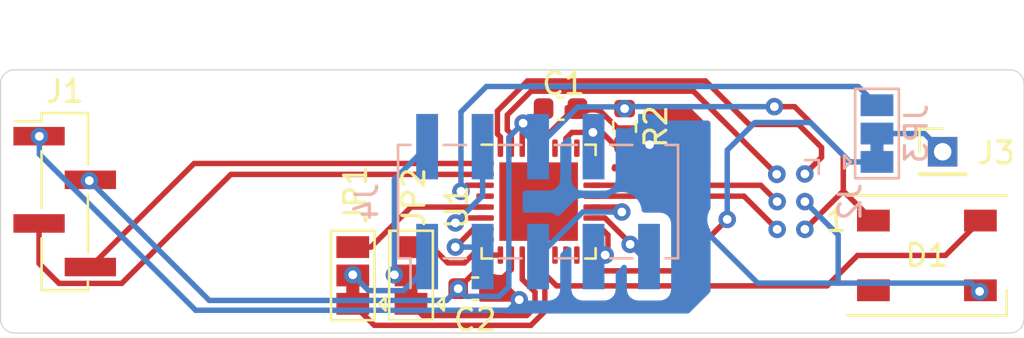
<source format=kicad_pcb>
(kicad_pcb (version 20210228) (generator pcbnew)
  (layers (0 "F.Cu" signal) (31 "B.Cu" signal) (34 "B.Paste" user) (35 "F.Paste" user) (36 "B.SilkS" user "B.Silkscreen") (37 "F.SilkS" user "F.Silkscreen") (38 "B.Mask" user) (39 "F.Mask" user) (44 "Edge.Cuts" user))
  (net 0 "")
  (net 1 "GND")
  (net 2 "Net-(C1-Pad1)")
  (net 3 "+3V3")
  (net 4 "/RESET")
  (net 5 "/SEL1")
  (net 6 "/SEL2")
  (net 7 "/OLED_SCL_I2C")
  (net 8 "/SWC")
  (net 9 "/SWD")
  (net 10 "/OLED_SDA_I2C")
  (net 11 "/RX")
  (net 12 "/TX")
  (net 13 "/OUTPUT")
  (net 14 "/SCK")
  (net 15 "/D1")
  (net 16 "/D0")
  (net 17 "/SEL0")
  (net 18 "/D0_SPI")
  (net 19 "/D0_I2C")
  (net 20 "/D1_SPI")
  (net 21 "/D1_I2C")
  (net 22 "Net-(U1-Pad13)")
  (net 23 "/SS")
  (net 24 "/DAC{slash}ADC")
  (net 25 "/TX{slash}RX")
  (footprint "LED_SMD:LED_WS2812B_PLCC4_5.0x5.0mm_P3.2mm" (layer "F.Cu") (at 132.08 66.167)
    (fp_text reference "D1" (at 0 0) (layer "F.SilkS"))
    (fp_text value "WS2812B")
    (fp_text user "1" (at -4.15 -1.6) (layer "F.SilkS"))
    (fp_line (start 3.65 2.75) (end 3.65 1.6) (layer "F.SilkS") (width 0.12))
    (fp_line (start -3.65 2.75) (end 3.65 2.75) (layer "F.SilkS") (width 0.12))
    (fp_line (start -3.65 -2.75) (end 3.65 -2.75) (layer "F.SilkS") (width 0.12))
    (pad "1" smd rect (at -2.45 -1.6) (size 1.5 1) (layers "F.Cu" "F.Paste" "F.Mask") (net 3 "+3V3"))
    (pad "2" smd rect (at -2.45 1.6) (size 1.5 1) (layers "F.Cu" "F.Paste" "F.Mask"))
    (pad "3" smd rect (at 2.45 1.6) (size 1.5 1) (layers "F.Cu" "F.Paste" "F.Mask") (net 1 "GND"))
    (pad "4" smd rect (at 2.45 -1.6) (size 1.5 1) (layers "F.Cu" "F.Paste" "F.Mask") (net 22 "Net-(U1-Pad13)"))
  )
  (footprint "Jumper:SolderJumper-3_P1.3mm_Bridged12_Pad1.0x1.5mm" (layer "F.Cu") (at 108.458 67.086 90)
    (fp_text reference "JP2" (at 3.586 0.127 90) (layer "F.SilkS"))
    (fp_text value "D1")
    (fp_poly (pts (xy -0.9 -0.3) (xy -0.4 -0.3) (xy -0.4 0.3) (xy -0.9 0.3)) (layer "F.Cu") (width 0) (fill solid))
    (fp_line (start -1.6 1.5) (end -1 1.5) (layer "F.SilkS") (width 0.12))
    (fp_line (start -2.05 1) (end -2.05 -1) (layer "F.SilkS") (width 0.12))
    (fp_line (start -1.3 1.2) (end -1 1.5) (layer "F.SilkS") (width 0.12))
    (fp_line (start 2.05 -1) (end 2.05 1) (layer "F.SilkS") (width 0.12))
    (fp_line (start -1.3 1.2) (end -1.6 1.5) (layer "F.SilkS") (width 0.12))
    (fp_line (start -2.05 -1) (end 2.05 -1) (layer "F.SilkS") (width 0.12))
    (fp_line (start 2.05 1) (end -2.05 1) (layer "F.SilkS") (width 0.12))
    (pad "1" smd rect (at -1.3 0 90) (size 1 1.5) (layers "F.Cu" "F.Mask") (net 21 "/D1_I2C"))
    (pad "2" smd rect (at 0 0 90) (size 1 1.5) (layers "F.Cu" "F.Mask") (net 15 "/D1"))
    (pad "3" smd rect (at 1.3 0 90) (size 1 1.5) (layers "F.Cu" "F.Mask") (net 20 "/D1_SPI"))
  )
  (footprint "Jumper:SolderJumper-3_P1.3mm_Bridged12_Pad1.0x1.5mm" (layer "F.Cu") (at 105.791 67.086 90)
    (fp_text reference "JP1" (at 3.713 0.127 90) (layer "F.SilkS"))
    (fp_text value "D0")
    (fp_poly (pts (xy -0.9 -0.3) (xy -0.4 -0.3) (xy -0.4 0.3) (xy -0.9 0.3)) (layer "F.Cu") (width 0) (fill solid))
    (fp_line (start -1.6 1.5) (end -1 1.5) (layer "F.SilkS") (width 0.12))
    (fp_line (start -1.3 1.2) (end -1.6 1.5) (layer "F.SilkS") (width 0.12))
    (fp_line (start 2.05 1) (end -2.05 1) (layer "F.SilkS") (width 0.12))
    (fp_line (start -2.05 -1) (end 2.05 -1) (layer "F.SilkS") (width 0.12))
    (fp_line (start 2.05 -1) (end 2.05 1) (layer "F.SilkS") (width 0.12))
    (fp_line (start -2.05 1) (end -2.05 -1) (layer "F.SilkS") (width 0.12))
    (fp_line (start -1.3 1.2) (end -1 1.5) (layer "F.SilkS") (width 0.12))
    (pad "1" smd rect (at -1.3 0 90) (size 1 1.5) (layers "F.Cu" "F.Mask") (net 19 "/D0_I2C"))
    (pad "2" smd rect (at 0 0 90) (size 1 1.5) (layers "F.Cu" "F.Mask") (net 16 "/D0"))
    (pad "3" smd rect (at 1.3 0 90) (size 1 1.5) (layers "F.Cu" "F.Mask") (net 18 "/D0_SPI"))
  )
  (footprint "Resistor_SMD:R_0603_1608Metric" (layer "F.Cu") (at 118.237 60.261 -90)
    (fp_text reference "R2" (at 0 -1.43 90) (layer "F.SilkS"))
    (fp_text value "10k")
    (fp_line (start -0.237258 0.5225) (end 0.237258 0.5225) (layer "F.SilkS") (width 0.12))
    (fp_line (start -0.237258 -0.5225) (end 0.237258 -0.5225) (layer "F.SilkS") (width 0.12))
    (pad "1" smd roundrect (at -0.825 0 270) (size 0.8 0.95) (layers "F.Cu" "F.Paste" "F.Mask") (net 3 "+3V3"))
    (pad "2" smd roundrect (at 0.825 0 270) (size 0.8 0.95) (layers "F.Cu" "F.Paste" "F.Mask") (net 4 "/RESET"))
  )
  (footprint "Package_DFN_QFN:QFN-32-1EP_5x5mm_P0.5mm_EP3.6x3.6mm" (layer "F.Cu") (at 114.3 63.7)
    (fp_text reference "U1" (at -3.756 0.254 270) (layer "F.SilkS"))
    (fp_text value "ATSAMD21E18A-M")
    (fp_line (start 2.135 2.61) (end 2.61 2.61) (layer "F.SilkS") (width 0.12))
    (fp_line (start -2.135 -2.61) (end -2.61 -2.61) (layer "F.SilkS") (width 0.12))
    (fp_line (start -2.135 2.61) (end -2.61 2.61) (layer "F.SilkS") (width 0.12))
    (fp_line (start 2.61 -2.61) (end 2.61 -2.135) (layer "F.SilkS") (width 0.12))
    (fp_line (start -2.61 2.61) (end -2.61 2.135) (layer "F.SilkS") (width 0.12))
    (fp_line (start 2.61 2.61) (end 2.61 2.135) (layer "F.SilkS") (width 0.12))
    (fp_line (start 2.135 -2.61) (end 2.61 -2.61) (layer "F.SilkS") (width 0.12))
    (pad "1" smd roundrect (at -2.45 -1.75) (size 0.8 0.25) (layers "F.Cu" "F.Paste" "F.Mask") (net 10 "/OLED_SDA_I2C"))
    (pad "2" smd roundrect (at -2.45 -1.25) (size 0.8 0.25) (layers "F.Cu" "F.Paste" "F.Mask") (net 7 "/OLED_SCL_I2C"))
    (pad "3" smd roundrect (at -2.45 -0.75) (size 0.8 0.25) (layers "F.Cu" "F.Paste" "F.Mask") (net 24 "/DAC{slash}ADC"))
    (pad "4" smd roundrect (at -2.45 -0.25) (size 0.8 0.25) (layers "F.Cu" "F.Paste" "F.Mask"))
    (pad "5" smd roundrect (at -2.45 0.25) (size 0.8 0.25) (layers "F.Cu" "F.Paste" "F.Mask") (net 18 "/D0_SPI"))
    (pad "6" smd roundrect (at -2.45 0.75) (size 0.8 0.25) (layers "F.Cu" "F.Paste" "F.Mask") (net 14 "/SCK"))
    (pad "7" smd roundrect (at -2.45 1.25) (size 0.8 0.25) (layers "F.Cu" "F.Paste" "F.Mask") (net 23 "/SS"))
    (pad "8" smd roundrect (at -2.45 1.75) (size 0.8 0.25) (layers "F.Cu" "F.Paste" "F.Mask") (net 20 "/D1_SPI"))
    (pad "9" smd roundrect (at -1.75 2.45) (size 0.25 0.8) (layers "F.Cu" "F.Paste" "F.Mask") (net 3 "+3V3"))
    (pad "10" smd roundrect (at -1.25 2.45) (size 0.25 0.8) (layers "F.Cu" "F.Paste" "F.Mask") (net 1 "GND"))
    (pad "11" smd roundrect (at -0.75 2.45) (size 0.25 0.8) (layers "F.Cu" "F.Paste" "F.Mask") (net 21 "/D1_I2C"))
    (pad "12" smd roundrect (at -0.25 2.45) (size 0.25 0.8) (layers "F.Cu" "F.Paste" "F.Mask") (net 19 "/D0_I2C"))
    (pad "13" smd roundrect (at 0.25 2.45) (size 0.25 0.8) (layers "F.Cu" "F.Paste" "F.Mask") (net 22 "Net-(U1-Pad13)"))
    (pad "14" smd roundrect (at 0.75 2.45) (size 0.25 0.8) (layers "F.Cu" "F.Paste" "F.Mask"))
    (pad "15" smd roundrect (at 1.25 2.45) (size 0.25 0.8) (layers "F.Cu" "F.Paste" "F.Mask"))
    (pad "16" smd roundrect (at 1.75 2.45) (size 0.25 0.8) (layers "F.Cu" "F.Paste" "F.Mask"))
    (pad "17" smd roundrect (at 2.45 1.75) (size 0.8 0.25) (layers "F.Cu" "F.Paste" "F.Mask") (net 25 "/TX{slash}RX"))
    (pad "18" smd roundrect (at 2.45 1.25) (size 0.8 0.25) (layers "F.Cu" "F.Paste" "F.Mask") (net 17 "/SEL0"))
    (pad "19" smd roundrect (at 2.45 0.75) (size 0.8 0.25) (layers "F.Cu" "F.Paste" "F.Mask") (net 5 "/SEL1"))
    (pad "20" smd roundrect (at 2.45 0.25) (size 0.8 0.25) (layers "F.Cu" "F.Paste" "F.Mask") (net 6 "/SEL2"))
    (pad "21" smd roundrect (at 2.45 -0.25) (size 0.8 0.25) (layers "F.Cu" "F.Paste" "F.Mask") (net 12 "/TX"))
    (pad "22" smd roundrect (at 2.45 -0.75) (size 0.8 0.25) (layers "F.Cu" "F.Paste" "F.Mask") (net 11 "/RX"))
    (pad "23" smd roundrect (at 2.45 -1.25) (size 0.8 0.25) (layers "F.Cu" "F.Paste" "F.Mask"))
    (pad "24" smd roundrect (at 2.45 -1.75) (size 0.8 0.25) (layers "F.Cu" "F.Paste" "F.Mask"))
    (pad "25" smd roundrect (at 1.75 -2.45) (size 0.25 0.8) (layers "F.Cu" "F.Paste" "F.Mask"))
    (pad "26" smd roundrect (at 1.25 -2.45) (size 0.25 0.8) (layers "F.Cu" "F.Paste" "F.Mask") (net 4 "/RESET"))
    (pad "27" smd roundrect (at 0.75 -2.45) (size 0.25 0.8) (layers "F.Cu" "F.Paste" "F.Mask"))
    (pad "28" smd roundrect (at 0.25 -2.45) (size 0.25 0.8) (layers "F.Cu" "F.Paste" "F.Mask") (net 1 "GND"))
    (pad "29" smd roundrect (at -0.25 -2.45) (size 0.25 0.8) (layers "F.Cu" "F.Paste" "F.Mask") (net 2 "Net-(C1-Pad1)"))
    (pad "30" smd roundrect (at -0.75 -2.45) (size 0.25 0.8) (layers "F.Cu" "F.Paste" "F.Mask") (net 3 "+3V3"))
    (pad "31" smd roundrect (at -1.25 -2.45) (size 0.25 0.8) (layers "F.Cu" "F.Paste" "F.Mask") (net 8 "/SWC"))
    (pad "32" smd roundrect (at -1.75 -2.45) (size 0.25 0.8) (layers "F.Cu" "F.Paste" "F.Mask") (net 9 "/SWD"))
    (pad "33" smd rect (at 0 0) (size 3.6 3.6) (layers "F.Cu" "F.Mask"))
  )
  (footprint "Capacitor_SMD:C_0603_1608Metric" (layer "F.Cu") (at 115.303 59.436)
    (fp_text reference "C1" (at 0.14 -1.143) (layer "F.SilkS"))
    (fp_text value "1uF")
    (fp_line (start -0.14058 0.51) (end 0.14058 0.51) (layer "F.SilkS") (width 0.12))
    (fp_line (start -0.14058 -0.51) (end 0.14058 -0.51) (layer "F.SilkS") (width 0.12))
    (pad "1" smd roundrect (at -0.775 0) (size 0.9 0.95) (layers "F.Cu" "F.Paste" "F.Mask") (net 2 "Net-(C1-Pad1)"))
    (pad "2" smd roundrect (at 0.775 0) (size 0.9 0.95) (layers "F.Cu" "F.Paste" "F.Mask") (net 1 "GND"))
  )
  (footprint "Connector_PinHeader_2.00mm:PinHeader_1x04_P2.00mm_Vertical_SMD_Pin1Left" (layer "F.Cu") (at 92.6 63.7)
    (fp_text reference "J1" (at 0 -5.06) (layer "F.SilkS"))
    (fp_text value "OLED")
    (fp_line (start 1.06 -0.315) (end 1.06 2.315) (layer "F.SilkS") (width 0.12))
    (fp_line (start -1.06 1.685) (end -1.06 4.06) (layer "F.SilkS") (width 0.12))
    (fp_line (start -1.06 4.06) (end 1.06 4.06) (layer "F.SilkS") (width 0.12))
    (fp_line (start -1.06 -4.06) (end -1.06 -3.685) (layer "F.SilkS") (width 0.12))
    (fp_line (start -1.06 -3.685) (end -2.29 -3.685) (layer "F.SilkS") (width 0.12))
    (fp_line (start 1.06 3.685) (end 1.06 4.06) (layer "F.SilkS") (width 0.12))
    (fp_line (start 1.06 -4.06) (end 1.06 -1.685) (layer "F.SilkS") (width 0.12))
    (fp_line (start -1.06 -4.06) (end 1.06 -4.06) (layer "F.SilkS") (width 0.12))
    (fp_line (start -1.06 -2.315) (end -1.06 0.315) (layer "F.SilkS") (width 0.12))
    (pad "1" smd rect (at -1.175 -3) (size 2.35 0.85) (layers "F.Cu" "F.Paste" "F.Mask") (net 1 "GND"))
    (pad "2" smd rect (at 1.175 -1) (size 2.35 0.85) (layers "F.Cu" "F.Paste" "F.Mask") (net 3 "+3V3"))
    (pad "3" smd rect (at -1.175 1) (size 2.35 0.85) (layers "F.Cu" "F.Paste" "F.Mask") (net 7 "/OLED_SCL_I2C"))
    (pad "4" smd rect (at 1.175 3) (size 2.35 0.85) (layers "F.Cu" "F.Paste" "F.Mask") (net 10 "/OLED_SDA_I2C"))
  )
  (footprint "Connector_PinHeader_2.00mm:PinHeader_1x01_P2.00mm_Vertical" (layer "F.Cu") (at 132.8 61.414)
    (fp_text reference "J3" (at 2.455 0.054) (layer "F.SilkS"))
    (fp_text value "Main_output")
    (fp_line (start -1.06 0) (end -1.06 -1.06) (layer "F.SilkS") (width 0.12))
    (fp_line (start 1.06 1) (end 1.06 1.06) (layer "F.SilkS") (width 0.12))
    (fp_line (start -1.06 -1.06) (end 0 -1.06) (layer "F.SilkS") (width 0.12))
    (fp_line (start -1.06 1) (end 1.06 1) (layer "F.SilkS") (width 0.12))
    (fp_line (start -1.06 1.06) (end 1.06 1.06) (layer "F.SilkS") (width 0.12))
    (fp_line (start -1.06 1) (end -1.06 1.06) (layer "F.SilkS") (width 0.12))
    (pad "1" thru_hole rect (at 0 0) (size 1.35 1.35) (drill 0.8) (layers *.Cu *.Mask) (net 13 "/OUTPUT"))
  )
  (footprint "Capacitor_SMD:C_0603_1608Metric" (layer "F.Cu") (at 111.392 67.691 180)
    (fp_text reference "C2" (at 0 -1.43) (layer "F.SilkS"))
    (fp_text value "10uF")
    (fp_line (start -0.14058 -0.51) (end 0.14058 -0.51) (layer "F.SilkS") (width 0.12))
    (fp_line (start -0.14058 0.51) (end 0.14058 0.51) (layer "F.SilkS") (width 0.12))
    (pad "1" smd roundrect (at -0.775 0 180) (size 0.9 0.95) (layers "F.Cu" "F.Paste" "F.Mask") (net 1 "GND"))
    (pad "2" smd roundrect (at 0.775 0 180) (size 0.9 0.95) (layers "F.Cu" "F.Paste" "F.Mask") (net 3 "+3V3"))
  )
  (footprint "Jumper:SolderJumper-3_P1.3mm_Bridged12_Pad1.0x1.5mm" (layer "B.Cu") (at 129.794 60.579 90)
    (fp_text reference "JP3" (at 0 1.8 270) (layer "B.SilkS") (effects (justify mirror)))
    (fp_text value "D1")
    (fp_poly (pts (xy -0.9 0.3) (xy -0.4 0.3) (xy -0.4 -0.3) (xy -0.9 -0.3)) (layer "B.Cu") (width 0) (fill solid))
    (fp_line (start -1.6 -1.5) (end -1 -1.5) (layer "B.SilkS") (width 0.12))
    (fp_line (start -1.3 -1.2) (end -1 -1.5) (layer "B.SilkS") (width 0.12))
    (fp_line (start 2.05 1) (end 2.05 -1) (layer "B.SilkS") (width 0.12))
    (fp_line (start -1.3 -1.2) (end -1.6 -1.5) (layer "B.SilkS") (width 0.12))
    (fp_line (start -2.05 -1) (end -2.05 1) (layer "B.SilkS") (width 0.12))
    (fp_line (start -2.05 1) (end 2.05 1) (layer "B.SilkS") (width 0.12))
    (fp_line (start 2.05 -1) (end -2.05 -1) (layer "B.SilkS") (width 0.12))
    (pad "1" smd rect (at -1.3 0 90) (size 1 1.5) (layers "B.Cu" "B.Mask") (net 25 "/TX{slash}RX"))
    (pad "2" smd rect (at 0 0 90) (size 1 1.5) (layers "B.Cu" "B.Mask") (net 13 "/OUTPUT"))
    (pad "3" smd rect (at 1.3 0 90) (size 1 1.5) (layers "B.Cu" "B.Mask") (net 24 "/DAC{slash}ADC"))
  )
  (footprint "Connector:Tag-Connect_TC2030-IDC-NL_2x03_P1.27mm_Vertical" (layer "B.Cu") (at 125.857 63.7 -90)
    (fp_text reference "J2" (at 0 -2.7 90) (layer "B.SilkS") (effects (justify mirror)))
    (fp_text value "Prog")
    (fp_line (start -1.905 -1.27) (end -1.905 -0.635) (layer "B.SilkS") (width 0.12))
    (fp_line (start -1.27 -1.27) (end -1.905 -1.27) (layer "B.SilkS") (width 0.12))
    (pad "" np_thru_hole circle (at -2.54 0 270) (size 0.9906 0.9906) (drill 0.9906) (layers *.Cu *.Mask))
    (pad "" np_thru_hole circle (at 2.54 1.016 270) (size 0.9906 0.9906) (drill 0.9906) (layers *.Cu *.Mask))
    (pad "" np_thru_hole circle (at 2.54 -1.016 270) (size 0.9906 0.9906) (drill 0.9906) (layers *.Cu *.Mask))
    (pad "1" connect circle (at -1.27 -0.635 270) (size 0.7874 0.7874) (layers "B.Cu" "B.Mask") (net 9 "/SWD"))
    (pad "2" connect circle (at -1.27 0.635 270) (size 0.7874 0.7874) (layers "B.Cu" "B.Mask") (net 8 "/SWC"))
    (pad "3" connect circle (at 0 -0.635 270) (size 0.7874 0.7874) (layers "B.Cu" "B.Mask") (net 1 "GND"))
    (pad "4" connect circle (at 0 0.635 270) (size 0.7874 0.7874) (layers "B.Cu" "B.Mask") (net 11 "/RX"))
    (pad "5" connect circle (at 1.27 -0.635 270) (size 0.7874 0.7874) (layers "B.Cu" "B.Mask") (net 3 "+3V3"))
    (pad "6" connect circle (at 1.27 0.635 270) (size 0.7874 0.7874) (layers "B.Cu" "B.Mask") (net 12 "/TX"))
  )
  (footprint "Connector_PinSocket_2.54mm:PinSocket_2x05_P2.54mm_Vertical_SMD" (layer "B.Cu") (at 114.275 63.7 -90)
    (fp_text reference "J4" (at 0 7.85 90) (layer "B.SilkS") (effects (justify mirror)))
    (fp_text value "MainBoard")
    (fp_line (start -2.6 -0.76) (end -2.6 -1.78) (layer "B.SilkS") (width 0.12))
    (fp_line (start 2.6 5.84) (end 3.96 5.84) (layer "B.SilkS") (width 0.12))
    (fp_line (start -2.6 -3.3) (end -2.6 -4.32) (layer "B.SilkS") (width 0.12))
    (fp_line (start 2.6 -0.76) (end 2.6 -1.78) (layer "B.SilkS") (width 0.12))
    (fp_line (start -2.6 6.41) (end -2.6 5.84) (layer "B.SilkS") (width 0.12))
    (fp_line (start 2.6 -3.3) (end 2.6 -4.32) (layer "B.SilkS") (width 0.12))
    (fp_line (start 2.6 1.78) (end 2.6 0.76) (layer "B.SilkS") (width 0.12))
    (fp_line (start -2.6 -6.41) (end 2.6 -6.41) (layer "B.SilkS") (width 0.12))
    (fp_line (start -2.6 6.41) (end 2.6 6.41) (layer "B.SilkS") (width 0.12))
    (fp_line (start 2.6 -5.84) (end 2.6 -6.41) (layer "B.SilkS") (width 0.12))
    (fp_line (start -2.6 -5.84) (end -2.6 -6.41) (layer "B.SilkS") (width 0.12))
    (fp_line (start 2.6 4.32) (end 2.6 3.3) (layer "B.SilkS") (width 0.12))
    (fp_line (start 2.6 6.41) (end 2.6 5.84) (layer "B.SilkS") (width 0.12))
    (fp_line (start -2.6 4.32) (end -2.6 3.3) (layer "B.SilkS") (width 0.12))
    (fp_line (start -2.6 1.78) (end -2.6 0.76) (layer "B.SilkS") (width 0.12))
    (pad "1" smd rect (at 2.52 5.08 270) (size 3 1) (layers "B.Cu" "B.Paste" "B.Mask") (net 16 "/D0"))
    (pad "2" smd rect (at -2.52 5.08 270) (size 3 1) (layers "B.Cu" "B.Paste" "B.Mask") (net 15 "/D1"))
    (pad "3" smd rect (at 2.52 2.54 270) (size 3 1) (layers "B.Cu" "B.Paste" "B.Mask") (net 23 "/SS"))
    (pad "4" smd rect (at -2.52 2.54 270) (size 3 1) (layers "B.Cu" "B.Paste" "B.Mask") (net 14 "/SCK"))
    (pad "5" smd rect (at 2.52 0 270) (size 3 1) (layers "B.Cu" "B.Paste" "B.Mask") (net 6 "/SEL2"))
    (pad "6" smd rect (at -2.52 0 270) (size 3 1) (layers "B.Cu" "B.Paste" "B.Mask") (net 3 "+3V3"))
    (pad "7" smd rect (at 2.52 -2.54 270) (size 3 1) (layers "B.Cu" "B.Paste" "B.Mask") (net 17 "/SEL0"))
    (pad "8" smd rect (at -2.52 -2.54 270) (size 3 1) (layers "B.Cu" "B.Paste" "B.Mask") (net 4 "/RESET"))
    (pad "9" smd rect (at 2.52 -5.08 270) (size 3 1) (layers "B.Cu" "B.Paste" "B.Mask") (net 5 "/SEL1"))
    (pad "10" smd rect (at -2.52 -5.08 270) (size 3 1) (layers "B.Cu" "B.Paste" "B.Mask") (net 1 "GND"))
  )
  (gr_arc (start 90.297 58.293) (end 90.297 57.658) (angle -90) (layer "Edge.Cuts") (width 0.05))
  (gr_arc (start 90.297 69.088) (end 89.662 69.088) (angle -90) (layer "Edge.Cuts") (width 0.05))
  (gr_arc (start 135.89 58.293) (end 136.525 58.293) (angle -90) (layer "Edge.Cuts") (width 0.05))
  (gr_line (start 136.525 58.293) (end 136.525 69.088) (layer "Edge.Cuts") (width 0.05))
  (gr_line (start 89.662 69.088) (end 89.662 58.293) (layer "Edge.Cuts") (width 0.05))
  (gr_line (start 90.297 57.658) (end 135.89 57.658) (layer "Edge.Cuts") (width 0.05))
  (gr_line (start 135.89 69.723) (end 90.297 69.723) (layer "Edge.Cuts") (width 0.05))
  (gr_arc (start 135.89 69.088) (end 135.89 69.723) (angle -90) (layer "Edge.Cuts") (width 0.05))
  (segment (start 134.493 67.818) (end 134.493 67.804) (width 0.25) (layer "F.Cu") (net 1))
  (segment (start 115.915964 59.436) (end 116.078 59.436) (width 0.25) (layer "F.Cu") (net 1))
  (segment (start 134.493 67.804) (end 134.53 67.767) (width 0.25) (layer "F.Cu") (net 1))
  (segment (start 117.90851 60.325) (end 118.999 60.325) (width 0.25) (layer "F.Cu") (net 1))
  (segment (start 114.55 61.25) (end 114.55 60.801964) (width 0.25) (layer "F.Cu") (net 1))
  (segment (start 112.167 67.691) (end 113.05 66.808) (width 0.25) (layer "F.Cu") (net 1))
  (segment (start 114.55 60.801964) (end 115.915964 59.436) (width 0.25) (layer "F.Cu") (net 1))
  (segment (start 117.01951 59.436) (end 117.90851 60.325) (width 0.25) (layer "F.Cu") (net 1))
  (segment (start 112.167 67.691) (end 112.903 67.691) (width 0.25) (layer "F.Cu") (net 1))
  (segment (start 116.078 59.436) (end 117.01951 59.436) (width 0.25) (layer "F.Cu") (net 1))
  (segment (start 113.05 66.808) (end 113.05 66.15) (width 0.25) (layer "F.Cu") (net 1))
  (segment (start 112.903 67.691) (end 113.411 68.199) (width 0.25) (layer "F.Cu") (net 1))
  (via (at 134.493 67.818) (size 0.8) (drill 0.4) (layers "F.Cu" "B.Cu") (net 1))
  (via (at 91.44 60.706) (size 0.8) (drill 0.4) (layers "F.Cu" "B.Cu") (net 1))
  (via (at 113.411 68.199) (size 0.8) (drill 0.4) (layers "F.Cu" "B.Cu") (net 1))
  (via (at 126.492 63.7) (size 0.8) (drill 0.4) (layers "F.Cu" "B.Cu") (net 1))
  (via (at 119.38 61.087) (size 0.8) (drill 0.4) (layers "F.Cu" "B.Cu") (net 1))
  (segment (start 128.016 65.224) (end 128.016 67.437) (width 0.25) (layer "B.Cu") (net 1))
  (segment (start 134.112 67.437) (end 134.493 67.818) (width 0.25) (layer "B.Cu") (net 1))
  (segment (start 91.44 60.706) (end 91.44 61.525017) (width 0.25) (layer "B.Cu") (net 1))
  (segment (start 91.44 61.525017) (end 98.596034 68.681051) (width 0.25) (layer "B.Cu") (net 1))
  (segment (start 130.175 67.437) (end 128.016 67.437) (width 0.25) (layer "B.Cu") (net 1))
  (segment (start 126.492 63.7) (end 126.492 63.754) (width 0.25) (layer "B.Cu") (net 1))
  (segment (start 119.355 61.112) (end 119.38 61.087) (width 0.25) (layer "B.Cu") (net 1))
  (segment (start 112.928949 68.681051) (end 113.411 68.199) (width 0.25) (layer "B.Cu") (net 1))
  (segment (start 119.355 61.18) (end 119.355 62.459) (width 0.25) (layer "B.Cu") (net 1))
  (segment (start 98.596034 68.681051) (end 112.928949 68.681051) (width 0.25) (layer "B.Cu") (net 1))
  (segment (start 126.492 63.7) (end 128.016 65.224) (width 0.25) (layer "B.Cu") (net 1))
  (segment (start 130.175 67.437) (end 134.112 67.437) (width 0.25) (layer "B.Cu") (net 1))
  (segment (start 119.355 62.459) (end 124.333 67.437) (width 0.25) (layer "B.Cu") (net 1))
  (segment (start 124.333 67.437) (end 128.016 67.437) (width 0.25) (layer "B.Cu") (net 1))
  (segment (start 130.175 67.437) (end 129.032 67.437) (width 0.25) (layer "B.Cu") (net 1))
  (segment (start 119.355 61.18) (end 119.355 61.112) (width 0.25) (layer "B.Cu") (net 1))
  (segment (start 119.355 62.18) (end 119.355 61.18) (width 0.25) (layer "B.Cu") (net 1))
  (segment (start 114.05 61.25) (end 114.05 60.665552) (width 0.25) (layer "F.Cu") (net 2))
  (segment (start 114.528 60.187552) (end 114.528 59.436) (width 0.25) (layer "F.Cu") (net 2))
  (segment (start 114.05 60.665552) (end 114.528 60.187552) (width 0.25) (layer "F.Cu") (net 2))
  (segment (start 112.158 66.15) (end 110.617 67.691) (width 0.25) (layer "F.Cu") (net 3))
  (segment (start 128.251011 61.576011) (end 128.251011 62.592) (width 0.25) (layer "F.Cu") (net 3))
  (segment (start 112.55 66.15) (end 112.158 66.15) (width 0.25) (layer "F.Cu") (net 3))
  (segment (start 129.63 64.567) (end 129.607022 64.567) (width 0.25) (layer "F.Cu") (net 3))
  (segment (start 113.55 60.140232) (end 113.589049 60.101183) (width 0.25) (layer "F.Cu") (net 3))
  (segment (start 113.55 61.25) (end 113.55 60.140232) (width 0.25) (layer "F.Cu") (net 3))
  (segment (start 128.251011 61.576011) (end 128.251011 63.210989) (width 0.25) (layer "F.Cu") (net 3))
  (segment (start 126.02099 59.34599) (end 125.095 59.34599) (width 0.25) (layer "F.Cu") (net 3))
  (segment (start 128.251011 61.576011) (end 126.02099 59.34599) (width 0.25) (layer "F.Cu") (net 3))
  (segment (start 129.607022 64.567) (end 128.251011 63.210989) (width 0.25) (layer "F.Cu") (net 3))
  (segment (start 126.492 64.97) (end 128.251011 63.210989) (width 0.25) (layer "F.Cu") (net 3))
  (segment (start 118.237 59.436) (end 118.11 59.436) (width 0.25) (layer "F.Cu") (net 3))
  (via (at 113.589049 60.101183) (size 0.8) (drill 0.4) (layers "F.Cu" "B.Cu") (net 3))
  (via (at 110.617 67.691) (size 0.8) (drill 0.4) (layers "F.Cu" "B.Cu") (net 3))
  (via (at 125.095 59.34599) (size 0.8) (drill 0.4) (layers "F.Cu" "B.Cu") (net 3))
  (via (at 118.237 59.436) (size 0.8) (drill 0.4) (layers "F.Cu" "B.Cu") (net 3))
  (via (at 93.726 62.738) (size 0.8) (drill 0.4) (layers "F.Cu" "B.Cu") (net 3))
  (via (at 126.492 64.97) (size 0.8) (drill 0.4) (layers "F.Cu" "B.Cu") (net 3))
  (segment (start 118.155989 59.354989) (end 116.100011 59.354989) (width 0.25) (layer "B.Cu") (net 3))
  (segment (start 99.219031 68.231031) (end 93.726 62.738) (width 0.25) (layer "B.Cu") (net 3))
  (segment (start 118.32701 59.34599) (end 125.095 59.34599) (width 0.25) (layer "B.Cu") (net 3))
  (segment (start 110.971011 68.045011) (end 110.617 67.691) (width 0.25) (layer "B.Cu") (net 3))
  (segment (start 118.237 59.436) (end 118.32701 59.34599) (width 0.25) (layer "B.Cu") (net 3))
  (segment (start 110.076969 68.231031) (end 99.219031 68.231031) (width 0.25) (layer "B.Cu") (net 3))
  (segment (start 113.589049 60.101183) (end 112.935999 60.754233) (width 0.25) (layer "B.Cu") (net 3))
  (segment (start 114.275 61.18) (end 113.589049 60.494049) (width 0.25) (layer "B.Cu") (net 3))
  (segment (start 118.237 59.436) (end 118.155989 59.354989) (width 0.25) (layer "B.Cu") (net 3))
  (segment (start 116.100011 59.354989) (end 114.275 61.18) (width 0.25) (layer "B.Cu") (net 3))
  (segment (start 110.617 67.691) (end 110.076969 68.231031) (width 0.25) (layer "B.Cu") (net 3))
  (segment (start 113.589049 60.494049) (end 113.589049 60.101183) (width 0.25) (layer "B.Cu") (net 3))
  (segment (start 112.935999 60.754233) (end 112.935999 67.604021) (width 0.25) (layer "B.Cu") (net 3))
  (segment (start 112.935999 67.604021) (end 112.495009 68.045011) (width 0.25) (layer "B.Cu") (net 3))
  (segment (start 112.495009 68.045011) (end 110.971011 68.045011) (width 0.25) (layer "B.Cu") (net 3))
  (segment (start 115.55 61.25) (end 115.55 60.801964) (width 0.25) (layer "F.Cu") (net 4))
  (segment (start 115.826984 60.52498) (end 117.20098 60.52498) (width 0.25) (layer "F.Cu") (net 4))
  (segment (start 117.20098 60.52498) (end 117.762 61.086) (width 0.25) (layer "F.Cu") (net 4))
  (segment (start 117.762 61.086) (end 118.237 61.086) (width 0.25) (layer "F.Cu") (net 4))
  (segment (start 115.55 60.801964) (end 115.826984 60.52498) (width 0.25) (layer "F.Cu") (net 4))
  (via (at 116.78598 60.52498) (size 0.8) (drill 0.4) (layers "F.Cu" "B.Cu") (net 4))
  (segment (start 117.38444 64.49998) (end 118.491 65.60654) (width 0.25) (layer "F.Cu") (net 5))
  (segment (start 117.334448 64.45) (end 117.384428 64.49998) (width 0.25) (layer "F.Cu") (net 5))
  (segment (start 118.491 65.659) (end 118.491 65.532) (width 0.25) (layer "F.Cu") (net 5))
  (segment (start 118.491 65.60654) (end 118.491 65.659) (width 0.25) (layer "F.Cu") (net 5))
  (segment (start 117.384428 64.49998) (end 117.38444 64.49998) (width 0.25) (layer "F.Cu") (net 5))
  (segment (start 116.75 64.45) (end 117.334448 64.45) (width 0.25) (layer "F.Cu") (net 5))
  (via (at 118.491 65.659) (size 0.8) (drill 0.4) (layers "F.Cu" "B.Cu") (net 5))
  (segment (start 119.355 66.22) (end 119.052 66.22) (width 0.25) (layer "B.Cu") (net 5))
  (segment (start 119.052 66.22) (end 118.491 65.659) (width 0.25) (layer "B.Cu") (net 5))
  (segment (start 116.75 63.95) (end 117.885 63.95) (width 0.25) (layer "F.Cu") (net 6))
  (segment (start 117.885 63.95) (end 118.11 64.175) (width 0.25) (layer "F.Cu") (net 6))
  (via (at 118.11 64.175) (size 0.8) (drill 0.4) (layers "F.Cu" "B.Cu") (net 6))
  (segment (start 116.32 64.175) (end 114.275 66.22) (width 0.25) (layer "B.Cu") (net 6))
  (segment (start 118.11 64.175) (end 116.32 64.175) (width 0.25) (layer "B.Cu") (net 6))
  (segment (start 91.425 66.53502) (end 91.425 64.7) (width 0.25) (layer "F.Cu") (net 7))
  (segment (start 100.21002 62.45) (end 95.210009 67.450011) (width 0.25) (layer "F.Cu") (net 7))
  (segment (start 111.85 62.45) (end 100.21002 62.45) (width 0.25) (layer "F.Cu") (net 7))
  (segment (start 95.210009 67.450011) (end 92.339991 67.450011) (width 0.25) (layer "F.Cu") (net 7))
  (segment (start 92.339991 67.450011) (end 91.425 66.53502) (width 0.25) (layer "F.Cu") (net 7))
  (segment (start 121.389598 58.63598) (end 125.202809 62.449191) (width 0.25) (layer "F.Cu") (net 8))
  (segment (start 113.95702 58.63598) (end 121.389598 58.63598) (width 0.25) (layer "F.Cu") (net 8))
  (segment (start 121.389598 58.63598) (end 122.697618 59.944) (width 0.25) (layer "F.Cu") (net 8))
  (segment (start 112.864038 59.728962) (end 113.95702 58.63598) (width 0.25) (layer "F.Cu") (net 8))
  (segment (start 113.05 61.25) (end 113.05 60.597588) (width 0.25) (layer "F.Cu") (net 8))
  (segment (start 113.05 60.597588) (end 112.864038 60.411626) (width 0.25) (layer "F.Cu") (net 8))
  (segment (start 112.864038 60.411626) (end 112.864038 59.728962) (width 0.25) (layer "F.Cu") (net 8))
  (via (at 125.202809 62.449191) (size 0.8) (drill 0.4) (layers "F.Cu" "B.Cu") (net 8))
  (segment (start 112.414018 59.542558) (end 112.414018 60.59803) (width 0.25) (layer "F.Cu") (net 9))
  (segment (start 123.939924 60.161) (end 121.944924 58.166) (width 0.25) (layer "F.Cu") (net 9))
  (segment (start 112.414018 60.59803) (end 112.55 60.734012) (width 0.25) (layer "F.Cu") (net 9))
  (segment (start 121.944924 58.166) (end 113.790576 58.166) (width 0.25) (layer "F.Cu") (net 9))
  (segment (start 126.208924 62.43) (end 126.492 62.43) (width 0.25) (layer "F.Cu") (net 9))
  (segment (start 126.199576 60.161) (end 123.939924 60.161) (width 0.25) (layer "F.Cu") (net 9))
  (segment (start 127.254 61.668) (end 127.254 61.215424) (width 0.25) (layer "F.Cu") (net 9))
  (segment (start 113.790576 58.166) (end 112.414018 59.542558) (width 0.25) (layer "F.Cu") (net 9))
  (segment (start 127.254 61.215424) (end 126.199576 60.161) (width 0.25) (layer "F.Cu") (net 9))
  (segment (start 126.492 62.43) (end 127.254 61.668) (width 0.25) (layer "F.Cu") (net 9))
  (segment (start 123.939924 60.161) (end 123.214924 59.436) (width 0.25) (layer "F.Cu") (net 9))
  (segment (start 112.55 60.734012) (end 112.55 61.25) (width 0.25) (layer "F.Cu") (net 9))
  (via (at 126.492 62.43) (size 0.8) (drill 0.4) (layers "F.Cu" "B.Cu") (net 9))
  (segment (start 111.85 61.95) (end 98.525 61.95) (width 0.25) (layer "F.Cu") (net 10))
  (segment (start 98.525 61.95) (end 93.775 66.7) (width 0.25) (layer "F.Cu") (net 10))
  (segment (start 124.472 62.95) (end 125.222 63.7) (width 0.25) (layer "F.Cu") (net 11))
  (segment (start 116.75 62.95) (end 124.472 62.95) (width 0.25) (layer "F.Cu") (net 11))
  (via (at 125.222 63.7) (size 0.8) (drill 0.4) (layers "F.Cu" "B.Cu") (net 11))
  (segment (start 116.75 63.45) (end 123.702 63.45) (width 0.25) (layer "F.Cu") (net 12))
  (segment (start 123.702 63.45) (end 125.222 64.97) (width 0.25) (layer "F.Cu") (net 12))
  (via (at 125.222 64.97) (size 0.8) (drill 0.4) (layers "F.Cu" "B.Cu") (net 12))
  (segment (start 131.965 60.579) (end 132.8 61.414) (width 0.25) (layer "B.Cu") (net 13))
  (segment (start 129.794 60.579) (end 131.965 60.579) (width 0.25) (layer "B.Cu") (net 13))
  (segment (start 111.85 64.45) (end 110.715 64.45) (width 0.25) (layer "F.Cu") (net 14))
  (segment (start 110.715 64.45) (end 110.49 64.675) (width 0.25) (layer "F.Cu") (net 14))
  (via (at 110.49 64.675) (size 0.8) (drill 0.4) (layers "F.Cu" "B.Cu") (net 14))
  (segment (start 111.735 63.43) (end 111.735 61.18) (width 0.25) (layer "B.Cu") (net 14))
  (segment (start 110.49 64.675) (end 111.735 63.43) (width 0.25) (layer "B.Cu") (net 14))
  (segment (start 107.726 67.086) (end 107.696 67.056) (width 0.25) (layer "F.Cu") (net 15))
  (segment (start 108.094998 67.056) (end 108.428 67.056) (width 0.25) (layer "F.Cu") (net 15))
  (segment (start 108.428 67.056) (end 108.458 67.086) (width 0.25) (layer "F.Cu") (net 15))
  (segment (start 108.458 67.086) (end 107.726 67.086) (width 0.25) (layer "F.Cu") (net 15))
  (via (at 107.696 67.056) (size 0.8) (drill 0.4) (layers "F.Cu" "B.Cu") (net 15))
  (segment (start 107.696 62.679) (end 108.1745 62.2005) (width 0.25) (layer "B.Cu") (net 15))
  (segment (start 107.696 67.056) (end 107.696 62.679) (width 0.25) (layer "B.Cu") (net 15))
  (segment (start 108.1745 62.2005) (end 108.094998 62.280002) (width 0.25) (layer "B.Cu") (net 15))
  (segment (start 109.195 61.18) (end 108.1745 62.2005) (width 0.25) (layer "B.Cu") (net 15))
  (segment (start 105.791 67.086) (end 105.791 67.056) (width 0.25) (layer "F.Cu") (net 16))
  (via (at 105.791 67.056) (size 0.8) (drill 0.4) (layers "F.Cu" "B.Cu") (net 16))
  (segment (start 106.516011 67.781011) (end 108.113989 67.781011) (width 0.25) (layer "B.Cu") (net 16))
  (segment (start 109.195 66.22) (end 109.195 67.22) (width 0.25) (layer "B.Cu") (net 16))
  (segment (start 109.195 66.7) (end 109.195 66.22) (width 0.25) (layer "B.Cu") (net 16))
  (segment (start 105.791 67.056) (end 106.516011 67.781011) (width 0.25) (layer "B.Cu") (net 16))
  (segment (start 108.113989 67.781011) (end 109.195 66.7) (width 0.25) (layer "B.Cu") (net 16))
  (segment (start 116.75 64.95) (end 117.198036 64.95) (width 0.25) (layer "F.Cu") (net 17))
  (segment (start 117.47502 66.023) (end 117.348 66.15002) (width 0.25) (layer "F.Cu") (net 17))
  (segment (start 117.47502 65.226984) (end 117.47502 66.023) (width 0.25) (layer "F.Cu") (net 17))
  (segment (start 117.198036 64.95) (end 117.47502 65.226984) (width 0.25) (layer "F.Cu") (net 17))
  (via (at 117.348 66.15002) (size 0.8) (drill 0.4) (layers "F.Cu" "B.Cu") (net 17))
  (segment (start 117.348 66.15002) (end 116.88498 66.15002) (width 0.25) (layer "B.Cu") (net 17))
  (segment (start 116.88498 66.15002) (end 116.815 66.22) (width 0.25) (layer "B.Cu") (net 17))
  (segment (start 105.791 65.786) (end 106.62298 65.786) (width 0.25) (layer "F.Cu") (net 18))
  (segment (start 106.62298 65.786) (end 108.45898 63.95) (width 0.25) (layer "F.Cu") (net 18))
  (segment (start 108.45898 63.95) (end 111.85 63.95) (width 0.25) (layer "F.Cu") (net 18))
  (segment (start 114.586012 68.733401) (end 114.586012 67.664598) (width 0.25) (layer "F.Cu") (net 19))
  (segment (start 114.586012 67.664598) (end 114.05 67.128586) (width 0.25) (layer "F.Cu") (net 19))
  (segment (start 105.791 68.386) (end 106.779012 69.374012) (width 0.25) (layer "F.Cu") (net 19))
  (segment (start 113.945402 69.374012) (end 114.586012 68.733401) (width 0.25) (layer "F.Cu") (net 19))
  (segment (start 106.779012 69.374012) (end 113.945402 69.374012) (width 0.25) (layer "F.Cu") (net 19))
  (segment (start 114.05 67.128586) (end 114.05 66.15) (width 0.25) (layer "F.Cu") (net 19))
  (segment (start 108.458 65.786) (end 109.416983 65.786) (width 0.25) (layer "F.Cu") (net 20))
  (segment (start 110.141994 66.511011) (end 110.907989 66.511011) (width 0.25) (layer "F.Cu") (net 20))
  (segment (start 109.416983 65.786) (end 110.141994 66.511011) (width 0.25) (layer "F.Cu") (net 20))
  (segment (start 111.85 65.569) (end 111.85 65.45) (width 0.25) (layer "F.Cu") (net 20))
  (segment (start 110.907989 66.511011) (end 111.85 65.569) (width 0.25) (layer "F.Cu") (net 20))
  (segment (start 114.136001 67.850999) (end 113.55 67.264998) (width 0.25) (layer "F.Cu") (net 21))
  (segment (start 113.55 67.264998) (end 113.55 66.15) (width 0.25) (layer "F.Cu") (net 21))
  (segment (start 108.458 68.386) (end 108.996001 68.924001) (width 0.25) (layer "F.Cu") (net 21))
  (segment (start 114.136001 68.547001) (end 114.136001 67.850999) (width 0.25) (layer "F.Cu") (net 21))
  (segment (start 108.996001 68.924001) (end 113.759001 68.924001) (width 0.25) (layer "F.Cu") (net 21))
  (segment (start 113.759001 68.924001) (end 114.136001 68.547001) (width 0.25) (layer "F.Cu") (net 21))
  (segment (start 114.55 66.15) (end 114.55 66.598036) (width 0.25) (layer "F.Cu") (net 22))
  (segment (start 114.554 66.602036) (end 114.554 66.996162) (width 0.25) (layer "F.Cu") (net 22))
  (segment (start 132.93 66.167) (end 134.53 64.567) (width 0.25) (layer "F.Cu") (net 22))
  (segment (start 128.905 66.167) (end 132.93 66.167) (width 0.25) (layer "F.Cu") (net 22))
  (segment (start 114.55 66.598036) (end 114.554 66.602036) (width 0.25) (layer "F.Cu") (net 22))
  (segment (start 114.554 66.996162) (end 115.121838 67.564) (width 0.25) (layer "F.Cu") (net 22))
  (segment (start 127.508 67.564) (end 128.905 66.167) (width 0.25) (layer "F.Cu") (net 22))
  (segment (start 115.121838 67.564) (end 127.508 67.564) (width 0.25) (layer "F.Cu") (net 22))
  (segment (start 111.326 64.95) (end 110.49 65.786) (width 0.25) (layer "F.Cu") (net 23))
  (segment (start 111.85 64.95) (end 111.326 64.95) (width 0.25) (layer "F.Cu") (net 23))
  (via (at 110.49 65.786) (size 0.8) (drill 0.4) (layers "F.Cu" "B.Cu") (net 23))
  (segment (start 111.301 65.786) (end 111.735 66.22) (width 0.25) (layer "B.Cu") (net 23))
  (segment (start 110.49 65.786) (end 111.301 65.786) (width 0.25) (layer "B.Cu") (net 23))
  (segment (start 111.01899 62.95) (end 110.744 63.22499) (width 0.25) (layer "F.Cu") (net 24))
  (segment (start 111.85 62.95) (end 111.01899 62.95) (width 0.25) (layer "F.Cu") (net 24))
  (via (at 110.744 63.22499) (size 0.8) (drill 0.4) (layers "F.Cu" "B.Cu") (net 24))
  (segment (start 110.744 59.58598) (end 111.90998 58.42) (width 0.25) (layer "B.Cu") (net 24))
  (segment (start 111.90998 58.42) (end 128.935 58.42) (width 0.25) (layer "B.Cu") (net 24))
  (segment (start 128.935 58.42) (end 129.794 59.279) (width 0.25) (layer "B.Cu") (net 24))
  (segment (start 110.744 63.22499) (end 110.744 59.58598) (width 0.25) (layer "B.Cu") (net 24))
  (segment (start 120.576969 66.875031) (end 122.936 64.516) (width 0.25) (layer "F.Cu") (net 25))
  (segment (start 116.75 65.45) (end 116.622989 65.577011) (width 0.25) (layer "F.Cu") (net 25))
  (segment (start 116.709952 66.584989) (end 116.999994 66.875031) (width 0.25) (layer "F.Cu") (net 25))
  (segment (start 116.622989 66.584989) (end 116.709952 66.584989) (width 0.25) (layer "F.Cu") (net 25))
  (segment (start 116.622989 65.577011) (end 116.622989 66.584989) (width 0.25) (layer "F.Cu") (net 25))
  (segment (start 116.999994 66.875031) (end 120.576969 66.875031) (width 0.25) (layer "F.Cu") (net 25))
  (via (at 122.936 64.516) (size 0.8) (drill 0.4) (layers "F.Cu" "B.Cu") (net 25))
  (segment (start 122.936 61.341) (end 124.206 60.071) (width 0.25) (layer "B.Cu") (net 25))
  (segment (start 128.554 61.879) (end 129.794 61.879) (width 0.25) (layer "B.Cu") (net 25))
  (segment (start 126.746 60.071) (end 128.554 61.879) (width 0.25) (layer "B.Cu") (net 25))
  (segment (start 122.936 64.516) (end 122.936 61.341) (width 0.25) (layer "B.Cu") (net 25))
  (segment (start 124.206 60.071) (end 126.746 60.071) (width 0.25) (layer "B.Cu") (net 25))
  (zone (net 1) (net_name "GND") (layers F&B.Cu) (connect_pads thru_hole_only (clearance 0.508)) (min_thickness 0.254) (fill yes (thermal_gap 0.508) (thermal_bridge_width 0.508) (smoothing chamfer) (radius 1))
    (polygon (pts (xy 122.174 68.834) (xy 106.426 68.834) (xy 106.426 58.674) (xy 122.174 58.674)))
  )
)
</source>
